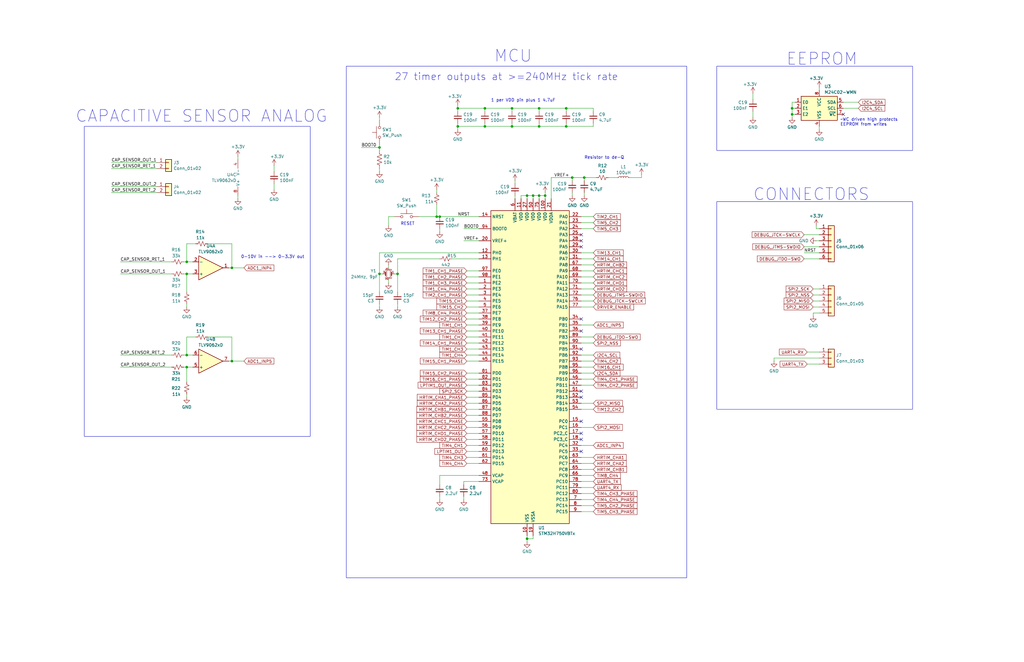
<source format=kicad_sch>
(kicad_sch (version 20230121) (generator eeschema)
  (paper "B")
  (title_block (title "MCU") (rev "1") (company "UC Observatories"))
  (lib_symbols
    (symbol "Amplifier_Operational:TLV9062xD" (pin_names (offset 0.127))
      (property "Reference" "U" (at 2.54 6.35 0))
      (property "Value" "TLV9062xD" (at 2.54 3.81 0))
      (symbol "TLV9062xD_1_1"
        (pin output line (at 7.62 0 180) (length 2.54) (name "~") (number "1"))
        (pin input line (at -7.62 -2.54 0) (length 2.54) (name "-") (number "2"))
        (pin input line (at -7.62 2.54 0) (length 2.54) (name "+") (number "3"))
      )
      (symbol "TLV9062xD_2_1"
        (pin input line (at -7.62 2.54 0) (length 2.54) (name "+") (number "5"))
        (pin input line (at -7.62 -2.54 0) (length 2.54) (name "-") (number "6"))
        (pin output line (at 7.62 0 180) (length 2.54) (name "~") (number "7"))
      )
      (symbol "TLV9062xD_3_1"
        (pin power_in line (at 0 -7.62 90) (length 3.81) (name "V-") (number "4"))
        (pin power_in line (at 0 7.62 270) (length 3.81) (name "V+") (number "8"))
      )
    )
    (symbol "Connector_Generic:Conn_01x02" (pin_names (offset 1.016) hide)
      (property "Reference" "J" (at 0 2.54 0))
      (property "Value" "Conn_01x02" (at 0 -5.08 0))
      (symbol "Conn_01x02_1_1"
        (pin passive line (at -5.08 0 0) (length 3.81) (name "Pin_1") (number "1"))
        (pin passive line (at -5.08 -2.54 0) (length 3.81) (name "Pin_2") (number "2"))
      )
    )
    (symbol "Connector_Generic:Conn_01x03" (pin_names (offset 1.016) hide)
      (property "Reference" "J" (at 0 5.08 0))
      (property "Value" "Conn_01x03" (at 0 -5.08 0))
      (symbol "Conn_01x03_1_1"
        (pin passive line (at -5.08 2.54 0) (length 3.81) (name "Pin_1") (number "1"))
        (pin passive line (at -5.08 0 0) (length 3.81) (name "Pin_2") (number "2"))
        (pin passive line (at -5.08 -2.54 0) (length 3.81) (name "Pin_3") (number "3"))
      )
    )
    (symbol "Connector_Generic:Conn_01x05" (pin_names (offset 1.016) hide)
      (property "Reference" "J" (at 0 7.62 0))
      (property "Value" "Conn_01x05" (at 0 -7.62 0))
      (symbol "Conn_01x05_1_1"
        (pin passive line (at -5.08 5.08 0) (length 3.81) (name "Pin_1") (number "1"))
        (pin passive line (at -5.08 2.54 0) (length 3.81) (name "Pin_2") (number "2"))
        (pin passive line (at -5.08 0 0) (length 3.81) (name "Pin_3") (number "3"))
        (pin passive line (at -5.08 -2.54 0) (length 3.81) (name "Pin_4") (number "4"))
        (pin passive line (at -5.08 -5.08 0) (length 3.81) (name "Pin_5") (number "5"))
      )
    )
    (symbol "Connector_Generic:Conn_01x06" (pin_names (offset 1.016) hide)
      (property "Reference" "J" (at 0 7.62 0))
      (property "Value" "Conn_01x06" (at 0 -10.16 0))
      (symbol "Conn_01x06_1_1"
        (pin passive line (at -5.08 5.08 0) (length 3.81) (name "Pin_1") (number "1"))
        (pin passive line (at -5.08 2.54 0) (length 3.81) (name "Pin_2") (number "2"))
        (pin passive line (at -5.08 0 0) (length 3.81) (name "Pin_3") (number "3"))
        (pin passive line (at -5.08 -2.54 0) (length 3.81) (name "Pin_4") (number "4"))
        (pin passive line (at -5.08 -5.08 0) (length 3.81) (name "Pin_5") (number "5"))
        (pin passive line (at -5.08 -7.62 0) (length 3.81) (name "Pin_6") (number "6"))
      )
    )
    (symbol "Device:C_Small" (pin_numbers hide) (pin_names (offset 0.254) hide)
      (property "Reference" "C" (at 0.254 1.778 0))
      (property "Value" "C_Small" (at 0.254 -2.032 0))
      (symbol "C_Small_1_1"
        (pin passive line (at 0 2.54 270) (length 2.032) (name "~") (number "1"))
        (pin passive line (at 0 -2.54 90) (length 2.032) (name "~") (number "2"))
      )
    )
    (symbol "Device:Crystal_GND24_Small" (pin_names (offset 1.016) hide)
      (property "Reference" "Y" (at 1.27 4.445 0))
      (property "Value" "Crystal_GND24_Small" (at 1.27 2.54 0))
      (symbol "Crystal_GND24_Small_1_1"
        (pin passive line (at -2.54 0 0) (length 1.27) (name "1") (number "1"))
        (pin passive line (at 0 -2.54 90) (length 0.635) (name "2") (number "2"))
        (pin passive line (at 2.54 0 180) (length 1.27) (name "3") (number "3"))
        (pin passive line (at 0 2.54 270) (length 0.635) (name "4") (number "4"))
      )
    )
    (symbol "Device:L_Small" (pin_numbers hide) (pin_names (offset 0.254) hide)
      (property "Reference" "L" (at 0.762 1.016 0))
      (property "Value" "L_Small" (at 0.762 -1.016 0))
      (symbol "L_Small_1_1"
        (pin passive line (at 0 2.54 270) (length 0.508) (name "~") (number "1"))
        (pin passive line (at 0 -2.54 90) (length 0.508) (name "~") (number "2"))
      )
    )
    (symbol "Device:R_Small_US" (pin_numbers hide) (pin_names (offset 0.254) hide)
      (property "Reference" "R" (at 0.762 0.508 0))
      (property "Value" "R_Small_US" (at 0.762 -1.016 0))
      (symbol "R_Small_US_1_1"
        (pin passive line (at 0 2.54 270) (length 1.016) (name "~") (number "1"))
        (pin passive line (at 0 -2.54 90) (length 1.016) (name "~") (number "2"))
      )
    )
    (symbol "Device:R_US" (pin_numbers hide) (pin_names (offset 0))
      (property "Reference" "R" (at 2.54 0 90))
      (property "Value" "R_US" (at -2.54 0 90))
      (symbol "R_US_1_1"
        (pin passive line (at 0 3.81 270) (length 1.27) (name "~") (number "1"))
        (pin passive line (at 0 -3.81 90) (length 1.27) (name "~") (number "2"))
      )
    )
    (symbol "MCU_ST_STM32H7:STM32H750VBTx"
      (property "Reference" "U" (at -15.24 67.31 0))
      (property "Value" "STM32H750VBTx" (at 12.7 67.31 0))
      (symbol "STM32H750VBTx_1_1"
        (pin bidirectional line (at -20.32 35.56 0) (length 5.08) (name "PE2") (number "1"))
        (pin power_in line (at 0 -71.12 90) (length 5.08) (name "VSS") (number "10"))
        (pin power_in line (at 7.62 71.12 270) (length 5.08) (name "VDD") (number "100"))
        (pin power_in line (at -2.54 71.12 270) (length 5.08) (name "VDD") (number "11"))
        (pin bidirectional line (at -20.32 48.26 0) (length 5.08) (name "PH0") (number "12"))
        (pin bidirectional line (at -20.32 45.72 0) (length 5.08) (name "PH1") (number "13"))
        (pin input line (at -20.32 63.5 0) (length 5.08) (name "NRST") (number "14"))
        (pin bidirectional line (at 22.86 -22.86 180) (length 5.08) (name "PC0") (number "15"))
        (pin bidirectional line (at 22.86 -25.4 180) (length 5.08) (name "PC1") (number "16"))
        (pin bidirectional line (at 22.86 -27.94 180) (length 5.08) (name "PC2_C") (number "17"))
        (pin bidirectional line (at 22.86 -30.48 180) (length 5.08) (name "PC3_C") (number "18"))
        (pin power_in line (at 2.54 -71.12 90) (length 5.08) (name "VSSA") (number "19"))
        (pin bidirectional line (at -20.32 33.02 0) (length 5.08) (name "PE3") (number "2"))
        (pin input line (at -20.32 53.34 0) (length 5.08) (name "VREF+") (number "20"))
        (pin power_in line (at 10.16 71.12 270) (length 5.08) (name "VDDA") (number "21"))
        (pin bidirectional line (at 22.86 63.5 180) (length 5.08) (name "PA0") (number "22"))
        (pin bidirectional line (at 22.86 60.96 180) (length 5.08) (name "PA1") (number "23"))
        (pin bidirectional line (at 22.86 58.42 180) (length 5.08) (name "PA2") (number "24"))
        (pin bidirectional line (at 22.86 55.88 180) (length 5.08) (name "PA3") (number "25"))
        (pin passive line (at 0 -71.12 90) (length 5.08) hide (name "VSS") (number "26"))
        (pin power_in line (at 0 71.12 270) (length 5.08) (name "VDD") (number "27"))
        (pin bidirectional line (at 22.86 53.34 180) (length 5.08) (name "PA4") (number "28"))
        (pin bidirectional line (at 22.86 50.8 180) (length 5.08) (name "PA5") (number "29"))
        (pin bidirectional line (at -20.32 30.48 0) (length 5.08) (name "PE4") (number "3"))
        (pin bidirectional line (at 22.86 48.26 180) (length 5.08) (name "PA6") (number "30"))
        (pin bidirectional line (at 22.86 45.72 180) (length 5.08) (name "PA7") (number "31"))
        (pin bidirectional line (at 22.86 -33.02 180) (length 5.08) (name "PC4") (number "32"))
        (pin bidirectional line (at 22.86 -35.56 180) (length 5.08) (name "PC5") (number "33"))
        (pin bidirectional line (at 22.86 20.32 180) (length 5.08) (name "PB0") (number "34"))
        (pin bidirectional line (at 22.86 17.78 180) (length 5.08) (name "PB1") (number "35"))
        (pin bidirectional line (at 22.86 15.24 180) (length 5.08) (name "PB2") (number "36"))
        (pin bidirectional line (at -20.32 22.86 0) (length 5.08) (name "PE7") (number "37"))
        (pin bidirectional line (at -20.32 20.32 0) (length 5.08) (name "PE8") (number "38"))
        (pin bidirectional line (at -20.32 17.78 0) (length 5.08) (name "PE9") (number "39"))
        (pin bidirectional line (at -20.32 27.94 0) (length 5.08) (name "PE5") (number "4"))
        (pin bidirectional line (at -20.32 15.24 0) (length 5.08) (name "PE10") (number "40"))
        (pin bidirectional line (at -20.32 12.7 0) (length 5.08) (name "PE11") (number "41"))
        (pin bidirectional line (at -20.32 10.16 0) (length 5.08) (name "PE12") (number "42"))
        (pin bidirectional line (at -20.32 7.62 0) (length 5.08) (name "PE13") (number "43"))
        (pin bidirectional line (at -20.32 5.08 0) (length 5.08) (name "PE14") (number "44"))
        (pin bidirectional line (at -20.32 2.54 0) (length 5.08) (name "PE15") (number "45"))
        (pin bidirectional line (at 22.86 -5.08 180) (length 5.08) (name "PB10") (number "46"))
        (pin bidirectional line (at 22.86 -7.62 180) (length 5.08) (name "PB11") (number "47"))
        (pin power_out line (at -20.32 -45.72 0) (length 5.08) (name "VCAP") (number "48"))
        (pin passive line (at 0 -71.12 90) (length 5.08) hide (name "VSS") (number "49"))
        (pin bidirectional line (at -20.32 25.4 0) (length 5.08) (name "PE6") (number "5"))
        (pin power_in line (at 2.54 71.12 270) (length 5.08) (name "VDD") (number "50"))
        (pin bidirectional line (at 22.86 -10.16 180) (length 5.08) (name "PB12") (number "51"))
        (pin bidirectional line (at 22.86 -12.7 180) (length 5.08) (name "PB13") (number "52"))
        (pin bidirectional line (at 22.86 -15.24 180) (length 5.08) (name "PB14") (number "53"))
        (pin bidirectional line (at 22.86 -17.78 180) (length 5.08) (name "PB15") (number "54"))
        (pin bidirectional line (at -20.32 -22.86 0) (length 5.08) (name "PD8") (number "55"))
        (pin bidirectional line (at -20.32 -25.4 0) (length 5.08) (name "PD9") (number "56"))
        (pin bidirectional line (at -20.32 -27.94 0) (length 5.08) (name "PD10") (number "57"))
        (pin bidirectional line (at -20.32 -30.48 0) (length 5.08) (name "PD11") (number "58"))
        (pin bidirectional line (at -20.32 -33.02 0) (length 5.08) (name "PD12") (number "59"))
        (pin power_in line (at -5.08 71.12 270) (length 5.08) (name "VBAT") (number "6"))
        (pin bidirectional line (at -20.32 -35.56 0) (length 5.08) (name "PD13") (number "60"))
        (pin bidirectional line (at -20.32 -38.1 0) (length 5.08) (name "PD14") (number "61"))
        (pin bidirectional line (at -20.32 -40.64 0) (length 5.08) (name "PD15") (number "62"))
        (pin bidirectional line (at 22.86 -38.1 180) (length 5.08) (name "PC6") (number "63"))
        (pin bidirectional line (at 22.86 -40.64 180) (length 5.08) (name "PC7") (number "64"))
        (pin bidirectional line (at 22.86 -43.18 180) (length 5.08) (name "PC8") (number "65"))
        (pin bidirectional line (at 22.86 -45.72 180) (length 5.08) (name "PC9") (number "66"))
        (pin bidirectional line (at 22.86 43.18 180) (length 5.08) (name "PA8") (number "67"))
        (pin bidirectional line (at 22.86 40.64 180) (length 5.08) (name "PA9") (number "68"))
        (pin bidirectional line (at 22.86 38.1 180) (length 5.08) (name "PA10") (number "69"))
        (pin bidirectional line (at 22.86 -55.88 180) (length 5.08) (name "PC13") (number "7"))
        (pin bidirectional line (at 22.86 35.56 180) (length 5.08) (name "PA11") (number "70"))
        (pin bidirectional line (at 22.86 33.02 180) (length 5.08) (name "PA12") (number "71"))
        (pin bidirectional line (at 22.86 30.48 180) (length 5.08) (name "PA13") (number "72"))
        (pin power_out line (at -20.32 -48.26 0) (length 5.08) (name "VCAP") (number "73"))
        (pin passive line (at 0 -71.12 90) (length 5.08) hide (name "VSS") (number "74"))
        (pin power_in line (at 5.08 71.12 270) (length 5.08) (name "VDD") (number "75"))
        (pin bidirectional line (at 22.86 27.94 180) (length 5.08) (name "PA14") (number "76"))
        (pin bidirectional line (at 22.86 25.4 180) (length 5.08) (name "PA15") (number "77"))
        (pin bidirectional line (at 22.86 -48.26 180) (length 5.08) (name "PC10") (number "78"))
        (pin bidirectional line (at 22.86 -50.8 180) (length 5.08) (name "PC11") (number "79"))
        (pin bidirectional line (at 22.86 -58.42 180) (length 5.08) (name "PC14") (number "8"))
        (pin bidirectional line (at 22.86 -53.34 180) (length 5.08) (name "PC12") (number "80"))
        (pin bidirectional line (at -20.32 -2.54 0) (length 5.08) (name "PD0") (number "81"))
        (pin bidirectional line (at -20.32 -5.08 0) (length 5.08) (name "PD1") (number "82"))
        (pin bidirectional line (at -20.32 -7.62 0) (length 5.08) (name "PD2") (number "83"))
        (pin bidirectional line (at -20.32 -10.16 0) (length 5.08) (name "PD3") (number "84"))
        (pin bidirectional line (at -20.32 -12.7 0) (length 5.08) (name "PD4") (number "85"))
        (pin bidirectional line (at -20.32 -15.24 0) (length 5.08) (name "PD5") (number "86"))
        (pin bidirectional line (at -20.32 -17.78 0) (length 5.08) (name "PD6") (number "87"))
        (pin bidirectional line (at -20.32 -20.32 0) (length 5.08) (name "PD7") (number "88"))
        (pin bidirectional line (at 22.86 12.7 180) (length 5.08) (name "PB3") (number "89"))
        (pin bidirectional line (at 22.86 -60.96 180) (length 5.08) (name "PC15") (number "9"))
        (pin bidirectional line (at 22.86 10.16 180) (length 5.08) (name "PB4") (number "90"))
        (pin bidirectional line (at 22.86 7.62 180) (length 5.08) (name "PB5") (number "91"))
        (pin bidirectional line (at 22.86 5.08 180) (length 5.08) (name "PB6") (number "92"))
        (pin bidirectional line (at 22.86 2.54 180) (length 5.08) (name "PB7") (number "93"))
        (pin input line (at -20.32 58.42 0) (length 5.08) (name "BOOT0") (number "94"))
        (pin bidirectional line (at 22.86 0 180) (length 5.08) (name "PB8") (number "95"))
        (pin bidirectional line (at 22.86 -2.54 180) (length 5.08) (name "PB9") (number "96"))
        (pin bidirectional line (at -20.32 40.64 0) (length 5.08) (name "PE0") (number "97"))
        (pin bidirectional line (at -20.32 38.1 0) (length 5.08) (name "PE1") (number "98"))
        (pin passive line (at 0 -71.12 90) (length 5.08) hide (name "VSS") (number "99"))
      )
    )
    (symbol "Memory_EEPROM:M24C02-WMN"
      (property "Reference" "U" (at -6.35 6.35 0))
      (property "Value" "M24C02-WMN" (at 7.62 6.35 0))
      (symbol "M24C02-WMN_1_1"
        (pin input line (at -10.16 2.54 0) (length 2.54) (name "E0") (number "1"))
        (pin input line (at -10.16 0 0) (length 2.54) (name "E1") (number "2"))
        (pin input line (at -10.16 -2.54 0) (length 2.54) (name "E2") (number "3"))
        (pin power_in line (at 0 -7.62 90) (length 2.54) (name "VSS") (number "4"))
        (pin bidirectional line (at 10.16 2.54 180) (length 2.54) (name "SDA") (number "5"))
        (pin input line (at 10.16 0 180) (length 2.54) (name "SCL") (number "6"))
        (pin input line (at 10.16 -2.54 180) (length 2.54) (name "~{WC}") (number "7"))
        (pin power_in line (at 0 7.62 270) (length 2.54) (name "VCC") (number "8"))
      )
    )
    (symbol "Switch:SW_Push" (pin_numbers hide) (pin_names (offset 1.016) hide)
      (property "Reference" "SW" (at 1.27 2.54 0))
      (property "Value" "SW_Push" (at 0 -1.524 0))
      (symbol "SW_Push_0_1"
        (pin passive line (at -5.08 0 0) (length 2.54) (name "1") (number "1"))
        (pin passive line (at 5.08 0 180) (length 2.54) (name "2") (number "2"))
      )
    )
    (symbol "power:+3.3V" (power) (pin_names (offset 0))
      (property "Value" "+3.3V" (at 0 3.556 0))
      (symbol "+3.3V_1_1"
        (pin power_in line (at 0 0 90) (length 0) hide (name "+3.3V") (number "1"))
      )
    )
    (symbol "power:GND" (power) (pin_names (offset 0))
      (property "Value" "GND" (at 0 -3.81 0))
      (symbol "GND_1_1"
        (pin power_in line (at 0 0 270) (length 0) hide (name "GND") (number "1"))
      )
    )
  )
  (junction (at 222.25 82.55))
  (junction (at 97.79 152.4))
  (junction (at 227.33 53.34))
  (junction (at 246.38 74.93))
  (junction (at 334.01 48.26))
  (junction (at 160.02 115.57))
  (junction (at 78.74 115.57))
  (junction (at 334.01 45.72))
  (junction (at 215.9 45.72))
  (junction (at 184.15 91.44))
  (junction (at 229.87 82.55))
  (junction (at 78.74 149.86))
  (junction (at 167.64 115.57))
  (junction (at 222.25 227.33))
  (junction (at 193.04 53.34))
  (junction (at 241.3 74.93))
  (junction (at 160.02 62.23))
  (junction (at 78.74 110.49))
  (junction (at 97.79 113.03))
  (junction (at 185.42 91.44))
  (junction (at 193.04 45.72))
  (junction (at 204.47 45.72))
  (junction (at 227.33 45.72))
  (junction (at 227.33 82.55))
  (junction (at 204.47 53.34))
  (junction (at 215.9 53.34))
  (junction (at 238.76 53.34))
  (junction (at 78.74 154.94))
  (junction (at 224.79 82.55))
  (junction (at 238.76 45.72))
  (no_connect (at 245.11 147.32))
  (no_connect (at 245.11 165.1))
  (no_connect (at 245.11 104.14))
  (no_connect (at 245.11 177.8))
  (no_connect (at 245.11 101.6))
  (no_connect (at 245.11 99.06))
  (no_connect (at 245.11 182.88))
  (no_connect (at 245.11 190.5))
  (no_connect (at 245.11 185.42))
  (no_connect (at 245.11 139.7))
  (no_connect (at 355.6 48.26))
  (no_connect (at 245.11 167.64))
  (no_connect (at 245.11 134.62))
  (wire (pts (xy 184.15 91.44) (xy 185.42 91.44)))
  (wire (pts (xy 196.85 127) (xy 201.93 127)))
  (wire (pts (xy 317.5 46.99) (xy 317.5 49.53)))
  (wire (pts (xy 196.85 121.92) (xy 201.93 121.92)))
  (wire (pts (xy 345.44 53.34) (xy 345.44 54.61)))
  (wire (pts (xy 196.85 187.96) (xy 201.93 187.96)))
  (wire (pts (xy 50.8 149.86) (xy 72.39 149.86)))
  (wire (pts (xy 193.04 45.72) (xy 193.04 46.99)))
  (wire (pts (xy 46.99 71.12) (xy 66.04 71.12)))
  (wire (pts (xy 195.58 209.55) (xy 195.58 210.82)))
  (wire (pts (xy 152.4 62.23) (xy 160.02 62.23)))
  (wire (pts (xy 196.85 119.38) (xy 201.93 119.38)))
  (wire (pts (xy 229.87 81.28) (xy 229.87 82.55)))
  (wire (pts (xy 222.25 227.33) (xy 224.79 227.33)))
  (wire (pts (xy 195.58 96.52) (xy 201.93 96.52)))
  (wire (pts (xy 250.19 172.72) (xy 245.11 172.72)))
  (wire (pts (xy 232.41 83.82) (xy 232.41 74.93)))
  (wire (pts (xy 78.74 128.27) (xy 78.74 129.54)))
  (wire (pts (xy 77.47 154.94) (xy 78.74 154.94)))
  (wire (pts (xy 204.47 45.72) (xy 204.47 46.99)))
  (wire (pts (xy 46.99 81.28) (xy 66.04 81.28)))
  (wire (pts (xy 222.25 82.55) (xy 222.25 83.82)))
  (wire (pts (xy 339.09 106.68) (xy 345.44 106.68)))
  (wire (pts (xy 50.8 110.49) (xy 72.39 110.49)))
  (wire (pts (xy 196.85 165.1) (xy 201.93 165.1)))
  (wire (pts (xy 219.71 82.55) (xy 222.25 82.55)))
  (wire (pts (xy 246.38 74.93) (xy 251.46 74.93)))
  (wire (pts (xy 78.74 102.87) (xy 82.55 102.87)))
  (wire (pts (xy 193.04 52.07) (xy 193.04 53.34)))
  (wire (pts (xy 342.9 127) (xy 345.44 127)))
  (wire (pts (xy 250.19 213.36) (xy 245.11 213.36)))
  (wire (pts (xy 256.54 74.93) (xy 260.35 74.93)))
  (wire (pts (xy 161.29 115.57) (xy 160.02 115.57)))
  (wire (pts (xy 245.11 96.52) (xy 250.19 96.52)))
  (wire (pts (xy 342.9 132.08) (xy 342.9 133.35)))
  (wire (pts (xy 250.19 170.18) (xy 245.11 170.18)))
  (wire (pts (xy 196.85 175.26) (xy 201.93 175.26)))
  (wire (pts (xy 196.85 182.88) (xy 201.93 182.88)))
  (wire (pts (xy 355.6 45.72) (xy 361.95 45.72)))
  (wire (pts (xy 345.44 132.08) (xy 342.9 132.08)))
  (wire (pts (xy 317.5 39.37) (xy 317.5 41.91)))
  (wire (pts (xy 342.9 124.46) (xy 345.44 124.46)))
  (wire (pts (xy 46.99 68.58) (xy 66.04 68.58)))
  (wire (pts (xy 167.64 109.22) (xy 185.42 109.22)))
  (wire (pts (xy 355.6 43.18) (xy 361.95 43.18)))
  (wire (pts (xy 78.74 154.94) (xy 81.28 154.94)))
  (wire (pts (xy 97.79 113.03) (xy 96.52 113.03)))
  (wire (pts (xy 227.33 53.34) (xy 227.33 52.07)))
  (wire (pts (xy 185.42 91.44) (xy 201.93 91.44)))
  (wire (pts (xy 339.09 109.22) (xy 345.44 109.22)))
  (wire (pts (xy 246.38 81.28) (xy 246.38 82.55)))
  (wire (pts (xy 250.19 210.82) (xy 245.11 210.82)))
  (wire (pts (xy 326.39 151.13) (xy 326.39 152.4)))
  (wire (pts (xy 224.79 82.55) (xy 224.79 83.82)))
  (wire (pts (xy 241.3 81.28) (xy 241.3 82.55)))
  (wire (pts (xy 250.19 154.94) (xy 245.11 154.94)))
  (wire (pts (xy 196.85 172.72) (xy 201.93 172.72)))
  (wire (pts (xy 100.33 66.04) (xy 100.33 67.31)))
  (wire (pts (xy 196.85 144.78) (xy 201.93 144.78)))
  (wire (pts (xy 115.57 77.47) (xy 115.57 80.01)))
  (wire (pts (xy 77.47 149.86) (xy 78.74 149.86)))
  (wire (pts (xy 196.85 167.64) (xy 201.93 167.64)))
  (wire (pts (xy 227.33 82.55) (xy 229.87 82.55)))
  (wire (pts (xy 196.85 195.58) (xy 201.93 195.58)))
  (wire (pts (xy 193.04 44.45) (xy 193.04 45.72)))
  (wire (pts (xy 166.37 115.57) (xy 167.64 115.57)))
  (wire (pts (xy 344.17 95.25) (xy 344.17 96.52)))
  (wire (pts (xy 78.74 149.86) (xy 78.74 142.24)))
  (wire (pts (xy 250.19 137.16) (xy 245.11 137.16)))
  (wire (pts (xy 196.85 170.18) (xy 201.93 170.18)))
  (wire (pts (xy 250.19 149.86) (xy 245.11 149.86)))
  (wire (pts (xy 224.79 82.55) (xy 227.33 82.55)))
  (wire (pts (xy 250.19 152.4) (xy 245.11 152.4)))
  (wire (pts (xy 250.19 208.28) (xy 245.11 208.28)))
  (wire (pts (xy 204.47 53.34) (xy 193.04 53.34)))
  (wire (pts (xy 245.11 121.92) (xy 250.19 121.92)))
  (wire (pts (xy 196.85 180.34) (xy 201.93 180.34)))
  (wire (pts (xy 241.3 74.93) (xy 241.3 76.2)))
  (wire (pts (xy 115.57 69.85) (xy 115.57 72.39)))
  (wire (pts (xy 185.42 96.52) (xy 185.42 97.79)))
  (wire (pts (xy 250.19 53.34) (xy 250.19 52.07)))
  (wire (pts (xy 196.85 177.8) (xy 201.93 177.8)))
  (wire (pts (xy 163.83 91.44) (xy 163.83 95.25)))
  (wire (pts (xy 100.33 82.55) (xy 100.33 83.82)))
  (wire (pts (xy 185.42 209.55) (xy 185.42 210.82)))
  (wire (pts (xy 50.8 154.94) (xy 72.39 154.94)))
  (wire (pts (xy 196.85 124.46) (xy 201.93 124.46)))
  (wire (pts (xy 227.33 45.72) (xy 238.76 45.72)))
  (wire (pts (xy 193.04 53.34) (xy 193.04 54.61)))
  (wire (pts (xy 250.19 200.66) (xy 245.11 200.66)))
  (wire (pts (xy 160.02 60.96) (xy 160.02 62.23)))
  (wire (pts (xy 342.9 129.54) (xy 345.44 129.54)))
  (wire (pts (xy 196.85 162.56) (xy 201.93 162.56)))
  (wire (pts (xy 167.64 128.27) (xy 167.64 129.54)))
  (wire (pts (xy 78.74 115.57) (xy 81.28 115.57)))
  (wire (pts (xy 342.9 121.92) (xy 345.44 121.92)))
  (wire (pts (xy 97.79 152.4) (xy 96.52 152.4)))
  (wire (pts (xy 160.02 115.57) (xy 160.02 123.19)))
  (wire (pts (xy 250.19 187.96) (xy 245.11 187.96)))
  (wire (pts (xy 102.87 152.4) (xy 97.79 152.4)))
  (wire (pts (xy 204.47 52.07) (xy 204.47 53.34)))
  (wire (pts (xy 227.33 53.34) (xy 238.76 53.34)))
  (wire (pts (xy 250.19 198.12) (xy 245.11 198.12)))
  (wire (pts (xy 334.01 43.18) (xy 334.01 45.72)))
  (wire (pts (xy 215.9 53.34) (xy 215.9 52.07)))
  (wire (pts (xy 196.85 147.32) (xy 201.93 147.32)))
  (wire (pts (xy 238.76 53.34) (xy 250.19 53.34)))
  (wire (pts (xy 250.19 45.72) (xy 250.19 46.99)))
  (wire (pts (xy 334.01 45.72) (xy 334.01 48.26)))
  (wire (pts (xy 196.85 185.42) (xy 201.93 185.42)))
  (wire (pts (xy 245.11 91.44) (xy 250.19 91.44)))
  (wire (pts (xy 222.25 82.55) (xy 224.79 82.55)))
  (wire (pts (xy 78.74 110.49) (xy 78.74 102.87)))
  (wire (pts (xy 160.02 106.68) (xy 160.02 115.57)))
  (wire (pts (xy 78.74 110.49) (xy 81.28 110.49)))
  (wire (pts (xy 250.19 205.74) (xy 245.11 205.74)))
  (wire (pts (xy 246.38 76.2) (xy 246.38 74.93)))
  (wire (pts (xy 163.83 111.76) (xy 163.83 113.03)))
  (wire (pts (xy 250.19 193.04) (xy 245.11 193.04)))
  (wire (pts (xy 160.02 71.12) (xy 160.02 72.39)))
  (wire (pts (xy 215.9 45.72) (xy 215.9 46.99)))
  (wire (pts (xy 193.04 45.72) (xy 204.47 45.72)))
  (wire (pts (xy 78.74 142.24) (xy 82.55 142.24)))
  (wire (pts (xy 196.85 193.04) (xy 201.93 193.04)))
  (wire (pts (xy 196.85 137.16) (xy 201.93 137.16)))
  (wire (pts (xy 195.58 101.6) (xy 201.93 101.6)))
  (wire (pts (xy 204.47 45.72) (xy 215.9 45.72)))
  (wire (pts (xy 245.11 129.54) (xy 250.19 129.54)))
  (wire (pts (xy 238.76 45.72) (xy 238.76 46.99)))
  (wire (pts (xy 196.85 142.24) (xy 201.93 142.24)))
  (wire (pts (xy 184.15 86.36) (xy 184.15 91.44)))
  (wire (pts (xy 232.41 74.93) (xy 241.3 74.93)))
  (wire (pts (xy 344.17 96.52) (xy 345.44 96.52)))
  (wire (pts (xy 326.39 151.13) (xy 345.44 151.13)))
  (wire (pts (xy 87.63 142.24) (xy 97.79 142.24)))
  (wire (pts (xy 265.43 74.93) (xy 270.51 74.93)))
  (wire (pts (xy 77.47 115.57) (xy 78.74 115.57)))
  (wire (pts (xy 78.74 149.86) (xy 81.28 149.86)))
  (wire (pts (xy 250.19 180.34) (xy 245.11 180.34)))
  (wire (pts (xy 250.19 215.9) (xy 245.11 215.9)))
  (wire (pts (xy 78.74 115.57) (xy 78.74 123.19)))
  (wire (pts (xy 217.17 76.2) (xy 217.17 77.47)))
  (wire (pts (xy 245.11 116.84) (xy 250.19 116.84)))
  (wire (pts (xy 87.63 102.87) (xy 97.79 102.87)))
  (wire (pts (xy 227.33 82.55) (xy 227.33 83.82)))
  (wire (pts (xy 196.85 190.5) (xy 201.93 190.5)))
  (wire (pts (xy 160.02 49.53) (xy 160.02 50.8)))
  (wire (pts (xy 163.83 118.11) (xy 163.83 119.38)))
  (wire (pts (xy 97.79 113.03) (xy 102.87 113.03)))
  (wire (pts (xy 201.93 203.2) (xy 195.58 203.2)))
  (wire (pts (xy 334.01 48.26) (xy 335.28 48.26)))
  (wire (pts (xy 78.74 154.94) (xy 78.74 161.29)))
  (wire (pts (xy 196.85 132.08) (xy 201.93 132.08)))
  (wire (pts (xy 250.19 144.78) (xy 245.11 144.78)))
  (wire (pts (xy 219.71 82.55) (xy 219.71 83.82)))
  (wire (pts (xy 190.5 109.22) (xy 201.93 109.22)))
  (wire (pts (xy 201.93 106.68) (xy 160.02 106.68)))
  (wire (pts (xy 160.02 128.27) (xy 160.02 129.54)))
  (wire (pts (xy 215.9 45.72) (xy 227.33 45.72)))
  (wire (pts (xy 196.85 114.3) (xy 201.93 114.3)))
  (wire (pts (xy 270.51 74.93) (xy 270.51 73.66)))
  (wire (pts (xy 97.79 142.24) (xy 97.79 152.4)))
  (wire (pts (xy 250.19 127) (xy 245.11 127)))
  (wire (pts (xy 167.64 109.22) (xy 167.64 115.57)))
  (wire (pts (xy 250.19 162.56) (xy 245.11 162.56)))
  (wire (pts (xy 250.19 203.2) (xy 245.11 203.2)))
  (wire (pts (xy 46.99 78.74) (xy 66.04 78.74)))
  (wire (pts (xy 196.85 152.4) (xy 201.93 152.4)))
  (wire (pts (xy 340.36 148.59) (xy 345.44 148.59)))
  (wire (pts (xy 185.42 200.66) (xy 185.42 204.47)))
  (wire (pts (xy 196.85 116.84) (xy 201.93 116.84)))
  (wire (pts (xy 238.76 45.72) (xy 250.19 45.72)))
  (wire (pts (xy 78.74 166.37) (xy 78.74 167.64)))
  (wire (pts (xy 227.33 45.72) (xy 227.33 46.99)))
  (wire (pts (xy 250.19 160.02) (xy 245.11 160.02)))
  (wire (pts (xy 163.83 91.44) (xy 166.37 91.44)))
  (wire (pts (xy 245.11 109.22) (xy 250.19 109.22)))
  (wire (pts (xy 222.25 226.06) (xy 222.25 227.33)))
  (wire (pts (xy 245.11 93.98) (xy 250.19 93.98)))
  (wire (pts (xy 204.47 53.34) (xy 215.9 53.34)))
  (wire (pts (xy 196.85 157.48) (xy 201.93 157.48)))
  (wire (pts (xy 250.19 124.46) (xy 245.11 124.46)))
  (wire (pts (xy 241.3 74.93) (xy 246.38 74.93)))
  (wire (pts (xy 160.02 62.23) (xy 160.02 63.5)))
  (wire (pts (xy 196.85 139.7) (xy 201.93 139.7)))
  (wire (pts (xy 245.11 111.76) (xy 250.19 111.76)))
  (wire (pts (xy 345.44 36.83) (xy 345.44 38.1)))
  (wire (pts (xy 250.19 157.48) (xy 245.11 157.48)))
  (wire (pts (xy 196.85 149.86) (xy 201.93 149.86)))
  (wire (pts (xy 97.79 102.87) (xy 97.79 113.03)))
  (wire (pts (xy 167.64 115.57) (xy 167.64 123.19)))
  (wire (pts (xy 340.36 153.67) (xy 345.44 153.67)))
  (wire (pts (xy 224.79 227.33) (xy 224.79 226.06)))
  (wire (pts (xy 184.15 80.01) (xy 184.15 81.28)))
  (wire (pts (xy 215.9 53.34) (xy 227.33 53.34)))
  (wire (pts (xy 250.19 142.24) (xy 245.11 142.24)))
  (wire (pts (xy 334.01 45.72) (xy 335.28 45.72)))
  (wire (pts (xy 176.53 91.44) (xy 184.15 91.44)))
  (wire (pts (xy 195.58 203.2) (xy 195.58 204.47)))
  (wire (pts (xy 196.85 129.54) (xy 201.93 129.54)))
  (wire (pts (xy 245.11 114.3) (xy 250.19 114.3)))
  (wire (pts (xy 222.25 227.33) (xy 222.25 228.6)))
  (wire (pts (xy 339.09 99.06) (xy 345.44 99.06)))
  (wire (pts (xy 77.47 110.49) (xy 78.74 110.49)))
  (wire (pts (xy 250.19 195.58) (xy 245.11 195.58)))
  (wire (pts (xy 229.87 82.55) (xy 229.87 83.82)))
  (wire (pts (xy 245.11 119.38) (xy 250.19 119.38)))
  (wire (pts (xy 196.85 160.02) (xy 201.93 160.02)))
  (wire (pts (xy 335.28 43.18) (xy 334.01 43.18)))
  (wire (pts (xy 196.85 134.62) (xy 201.93 134.62)))
  (wire (pts (xy 201.93 200.66) (xy 185.42 200.66)))
  (wire (pts (xy 50.8 115.57) (xy 72.39 115.57)))
  (wire (pts (xy 245.11 106.68) (xy 250.19 106.68)))
  (wire (pts (xy 334.01 48.26) (xy 334.01 49.53)))
  (wire (pts (xy 344.17 101.6) (xy 345.44 101.6)))
  (wire (pts (xy 339.09 104.14) (xy 345.44 104.14)))
  (wire (pts (xy 217.17 82.55) (xy 217.17 83.82)))
  (wire (pts (xy 238.76 53.34) (xy 238.76 52.07)))
  (rectangle (start 302.26 85.09) (end 384.81 172.72))
  (rectangle (start 35.56 53.34) (end 130.81 184.15))
  (rectangle (start 146.05 27.94) (end 289.56 243.84))
  (rectangle (start 302.26 27.94) (end 384.81 63.5))
  (text "CAPACITIVE SENSOR ANALOG" (at 31.75 52.07 0) (effects (font (size 5 5)) (justify left bottom)))
  (text "~WC driven high protects\nEEPROM from writes" (at 354.33 53.34 0) (effects (font (size 1.27 1.27)) (justify left bottom)))
  (text "Resistor to de-Q" (at 246.38 67.31 0) (effects (font (size 1.27 1.27)) (justify left bottom)))
  (text "MCU" (at 208.28 26.67 0) (effects (font (size 5 5)) (justify left bottom)))
  (text "0-10V in --> 0-3.3V out" (at 101.6 109.22 0) (effects (font (size 1.27 1.27)) (justify left bottom)))
  (text "RESET" (at 168.91 95.25 0) (effects (font (size 1.27 1.27)) (justify left bottom)))
  (text "1 per VDD pin plus 1 4.7uF" (at 207.01 43.18 0) (effects (font (size 1.27 1.27)) (justify left bottom)))
  (text "CONNECTORS" (at 317.5 85.09 0) (effects (font (size 5 5)) (justify left bottom)))
  (text "27 timer outputs at >=240MHz tick rate" (at 166.37 34.29 0) (effects (font (size 3 3)) (justify left bottom)))
  (text "EEPROM" (at 331.47 27.94 0) (effects (font (size 5 5)) (justify left bottom)))
  (label "CAP_SENSOR_RET_1" (at 46.99 71.12 0))
  (label "CAP_SENSOR_RET_2" (at 46.99 81.28 0))
  (label "CAP_SENSOR_RET_2" (at 50.8 149.86 0))
  (label "CAP_SENSOR_OUT_2" (at 46.99 78.74 0))
  (label "CAP_SENSOR_RET_1" (at 50.8 110.49 0))
  (label "BOOT0" (at 152.4 62.23 0))
  (label "VREF+" (at 195.58 101.6 0))
  (label "NRST" (at 339.09 106.68 0))
  (label "NRST" (at 193.04 91.44 0))
  (label "BOOT0" (at 195.58 96.52 0))
  (label "CAP_SENSOR_OUT_2" (at 50.8 154.94 0))
  (label "VREF+" (at 233.68 74.93 0))
  (label "CAP_SENSOR_OUT_1" (at 50.8 115.57 0))
  (label "CAP_SENSOR_OUT_1" (at 46.99 68.58 0))
  (global_label "HRTIM_CHC2_PHASE" (shape input) (at 196.85 180.34 180) (property "Intersheetrefs" "${INTERSHEET_REFS}" (effects hide)))
  (global_label "TIM5_CH3_PHASE" (shape input) (at 250.19 215.9 0) (property "Intersheetrefs" "${INTERSHEET_REFS}" (effects hide)))
  (global_label "TIM4_CH1" (shape input) (at 196.85 187.96 180) (property "Intersheetrefs" "${INTERSHEET_REFS}" (effects hide)))
  (global_label "SPI2_MISO" (shape input) (at 250.19 170.18 0) (property "Intersheetrefs" "${INTERSHEET_REFS}" (effects hide)))
  (global_label "TIM4_CH4" (shape input) (at 196.85 195.58 180) (property "Intersheetrefs" "${INTERSHEET_REFS}" (effects hide)))
  (global_label "TIM5_CH2_PHASE" (shape input) (at 250.19 213.36 0) (property "Intersheetrefs" "${INTERSHEET_REFS}" (effects hide)))
  (global_label "TIM4_CH2" (shape input) (at 250.19 152.4 0) (property "Intersheetrefs" "${INTERSHEET_REFS}" (effects hide)))
  (global_label "TIM1_CH3" (shape input) (at 196.85 147.32 180) (property "Intersheetrefs" "${INTERSHEET_REFS}" (effects hide)))
  (global_label "TIM5_CH3" (shape input) (at 250.19 96.52 0) (property "Intersheetrefs" "${INTERSHEET_REFS}" (effects hide)))
  (global_label "TIM13_CH1_PHASE" (shape input) (at 196.85 139.7 180) (property "Intersheetrefs" "${INTERSHEET_REFS}" (effects hide)))
  (global_label "HRTIM_CHD1_PHASE" (shape input) (at 196.85 182.88 180) (property "Intersheetrefs" "${INTERSHEET_REFS}" (effects hide)))
  (global_label "SPI2_MOSI" (shape input) (at 250.19 180.34 0) (property "Intersheetrefs" "${INTERSHEET_REFS}" (effects hide)))
  (global_label "TIM1_CH4" (shape input) (at 196.85 149.86 180) (property "Intersheetrefs" "${INTERSHEET_REFS}" (effects hide)))
  (global_label "DEBUG_JTDO-SWO" (shape input) (at 339.09 109.22 180) (property "Intersheetrefs" "${INTERSHEET_REFS}" (effects hide)))
  (global_label "LPTIM1_OUT" (shape input) (at 196.85 190.5 180) (property "Intersheetrefs" "${INTERSHEET_REFS}" (effects hide)))
  (global_label "ADC1_INP4" (shape input) (at 102.87 113.03 0) (property "Intersheetrefs" "${INTERSHEET_REFS}" (effects hide)))
  (global_label "UART4_RX" (shape input) (at 250.19 205.74 0) (property "Intersheetrefs" "${INTERSHEET_REFS}" (effects hide)))
  (global_label "HRTIM_CHA2" (shape input) (at 250.19 195.58 0) (property "Intersheetrefs" "${INTERSHEET_REFS}" (effects hide)))
  (global_label "HRTIM_CHA2_PHASE" (shape input) (at 196.85 170.18 180) (property "Intersheetrefs" "${INTERSHEET_REFS}" (effects hide)))
  (global_label "DEBUG_JTMS-SWDIO" (shape input) (at 339.09 104.14 180) (property "Intersheetrefs" "${INTERSHEET_REFS}" (effects hide)))
  (global_label "TIM12_CH2_PHASE" (shape input) (at 196.85 134.62 180) (property "Intersheetrefs" "${INTERSHEET_REFS}" (effects hide)))
  (global_label "SPI2_MOSI" (shape input) (at 342.9 129.54 180) (property "Intersheetrefs" "${INTERSHEET_REFS}" (effects hide)))
  (global_label "DEBUG_JTDO-SWO" (shape input) (at 250.19 142.24 0) (property "Intersheetrefs" "${INTERSHEET_REFS}" (effects hide)))
  (global_label "TIM4_CH4_PHASE" (shape input) (at 250.19 210.82 0) (property "Intersheetrefs" "${INTERSHEET_REFS}" (effects hide)))
  (global_label "TIM4_CH2_PHASE" (shape input) (at 250.19 162.56 0) (property "Intersheetrefs" "${INTERSHEET_REFS}" (effects hide)))
  (global_label "TIM1_CH3_PHASE" (shape input) (at 196.85 119.38 180) (property "Intersheetrefs" "${INTERSHEET_REFS}" (effects hide)))
  (global_label "TIM1_CH4_PHASE" (shape input) (at 196.85 121.92 180) (property "Intersheetrefs" "${INTERSHEET_REFS}" (effects hide)))
  (global_label "UART4_RX" (shape input) (at 340.36 148.59 180) (property "Intersheetrefs" "${INTERSHEET_REFS}" (effects hide)))
  (global_label "TIM14_CH1" (shape input) (at 250.19 109.22 0) (property "Intersheetrefs" "${INTERSHEET_REFS}" (effects hide)))
  (global_label "HRTIM_CHB2_PHASE" (shape input) (at 196.85 175.26 180) (property "Intersheetrefs" "${INTERSHEET_REFS}" (effects hide)))
  (global_label "TIM4_CH1_PHASE" (shape input) (at 250.19 160.02 0) (property "Intersheetrefs" "${INTERSHEET_REFS}" (effects hide)))
  (global_label "SPI2_SCK" (shape input) (at 196.85 165.1 180) (property "Intersheetrefs" "${INTERSHEET_REFS}" (effects hide)))
  (global_label "I2C4_SCL" (shape input) (at 361.95 45.72 0) (property "Intersheetrefs" "${INTERSHEET_REFS}" (effects hide)))
  (global_label "TIM8_CH4_PHASE" (shape input) (at 196.85 132.08 180) (property "Intersheetrefs" "${INTERSHEET_REFS}" (effects hide)))
  (global_label "HRTIM_CHB1_PHASE" (shape input) (at 196.85 172.72 180) (property "Intersheetrefs" "${INTERSHEET_REFS}" (effects hide)))
  (global_label "HRTIM_CHC1" (shape input) (at 250.19 114.3 0) (property "Intersheetrefs" "${INTERSHEET_REFS}" (effects hide)))
  (global_label "TIM16_CH1_PHASE" (shape input) (at 196.85 160.02 180) (property "Intersheetrefs" "${INTERSHEET_REFS}" (effects hide)))
  (global_label "HRTIM_CHA1_PHASE" (shape input) (at 196.85 167.64 180) (property "Intersheetrefs" "${INTERSHEET_REFS}" (effects hide)))
  (global_label "TIM1_CH1_PHASE" (shape input) (at 196.85 114.3 180) (property "Intersheetrefs" "${INTERSHEET_REFS}" (effects hide)))
  (global_label "I2C4_SDA" (shape input) (at 250.19 157.48 0) (property "Intersheetrefs" "${INTERSHEET_REFS}" (effects hide)))
  (global_label "HRTIM_CHD2_PHASE" (shape input) (at 196.85 185.42 180) (property "Intersheetrefs" "${INTERSHEET_REFS}" (effects hide)))
  (global_label "DEBUG_JTCK-SWCLK" (shape input) (at 339.09 99.06 180) (property "Intersheetrefs" "${INTERSHEET_REFS}" (effects hide)))
  (global_label "LPTIM1_OUT_PHASE" (shape input) (at 196.85 162.56 180) (property "Intersheetrefs" "${INTERSHEET_REFS}" (effects hide)))
  (global_label "TIM16_CH1" (shape input) (at 250.19 154.94 0) (property "Intersheetrefs" "${INTERSHEET_REFS}" (effects hide)))
  (global_label "TIM12_CH2" (shape input) (at 250.19 172.72 0) (property "Intersheetrefs" "${INTERSHEET_REFS}" (effects hide)))
  (global_label "TIM5_CH2" (shape input) (at 250.19 93.98 0) (property "Intersheetrefs" "${INTERSHEET_REFS}" (effects hide)))
  (global_label "HRTIM_CHD2" (shape input) (at 250.19 121.92 0) (property "Intersheetrefs" "${INTERSHEET_REFS}" (effects hide)))
  (global_label "HRTIM_CHC1_PHASE" (shape input) (at 196.85 177.8 180) (property "Intersheetrefs" "${INTERSHEET_REFS}" (effects hide)))
  (global_label "TIM15_CH2" (shape input) (at 196.85 129.54 180) (property "Intersheetrefs" "${INTERSHEET_REFS}" (effects hide)))
  (global_label "I2C4_SCL" (shape input) (at 250.19 149.86 0) (property "Intersheetrefs" "${INTERSHEET_REFS}" (effects hide)))
  (global_label "SPI2_MISO" (shape input) (at 342.9 127 180) (property "Intersheetrefs" "${INTERSHEET_REFS}" (effects hide)))
  (global_label "UART4_TX" (shape input) (at 340.36 153.67 180) (property "Intersheetrefs" "${INTERSHEET_REFS}" (effects hide)))
  (global_label "UART4_TX" (shape input) (at 250.19 203.2 0) (property "Intersheetrefs" "${INTERSHEET_REFS}" (effects hide)))
  (global_label "SPI2_NSS" (shape input) (at 342.9 124.46 180) (property "Intersheetrefs" "${INTERSHEET_REFS}" (effects hide)))
  (global_label "TIM15_CH2_PHASE" (shape input) (at 196.85 157.48 180) (property "Intersheetrefs" "${INTERSHEET_REFS}" (effects hide)))
  (global_label "TIM4_CH3_PHASE" (shape input) (at 250.19 208.28 0) (property "Intersheetrefs" "${INTERSHEET_REFS}" (effects hide)))
  (global_label "SPI2_NSS" (shape input) (at 250.19 144.78 0) (property "Intersheetrefs" "${INTERSHEET_REFS}" (effects hide)))
  (global_label "DEBUG_JTMS-SWDIO" (shape input) (at 250.19 124.46 0) (property "Intersheetrefs" "${INTERSHEET_REFS}" (effects hide)))
  (global_label "TIM1_CH1" (shape input) (at 196.85 137.16 180) (property "Intersheetrefs" "${INTERSHEET_REFS}" (effects hide)))
  (global_label "TIM8_CH4" (shape input) (at 250.19 200.66 0) (property "Intersheetrefs" "${INTERSHEET_REFS}" (effects hide)))
  (global_label "ADC1_INP5" (shape input) (at 102.87 152.4 0) (property "Intersheetrefs" "${INTERSHEET_REFS}" (effects hide)))
  (global_label "HRTIM_CHA1" (shape input) (at 250.19 193.04 0) (property "Intersheetrefs" "${INTERSHEET_REFS}" (effects hide)))
  (global_label "TIM2_CH1" (shape input) (at 250.19 91.44 0) (property "Intersheetrefs" "${INTERSHEET_REFS}" (effects hide)))
  (global_label "DRIVER_ENABLE" (shape input) (at 250.19 129.54 0) (property "Intersheetrefs" "${INTERSHEET_REFS}" (effects hide)))
  (global_label "HRTIM_CHB1" (shape input) (at 250.19 198.12 0) (property "Intersheetrefs" "${INTERSHEET_REFS}" (effects hide)))
  (global_label "HRTIM_CHC2" (shape input) (at 250.19 116.84 0) (property "Intersheetrefs" "${INTERSHEET_REFS}" (effects hide)))
  (global_label "DEBUG_JTCK-SWCLK" (shape input) (at 250.19 127 0) (property "Intersheetrefs" "${INTERSHEET_REFS}" (effects hide)))
  (global_label "TIM1_CH2" (shape input) (at 196.85 142.24 180) (property "Intersheetrefs" "${INTERSHEET_REFS}" (effects hide)))
  (global_label "TIM13_CH1" (shape input) (at 250.19 106.68 0) (property "Intersheetrefs" "${INTERSHEET_REFS}" (effects hide)))
  (global_label "TIM1_CH2_PHASE" (shape input) (at 196.85 116.84 180) (property "Intersheetrefs" "${INTERSHEET_REFS}" (effects hide)))
  (global_label "ADC1_INP5" (shape input) (at 250.19 137.16 0) (property "Intersheetrefs" "${INTERSHEET_REFS}" (effects hide)))
  (global_label "I2C4_SDA" (shape input) (at 361.95 43.18 0) (property "Intersheetrefs" "${INTERSHEET_REFS}" (effects hide)))
  (global_label "HRTIM_CHD1" (shape input) (at 250.19 119.38 0) (property "Intersheetrefs" "${INTERSHEET_REFS}" (effects hide)))
  (global_label "TIM4_CH3" (shape input) (at 196.85 193.04 180) (property "Intersheetrefs" "${INTERSHEET_REFS}" (effects hide)))
  (global_label "TIM15_CH1_PHASE" (shape input) (at 196.85 152.4 180) (property "Intersheetrefs" "${INTERSHEET_REFS}" (effects hide)))
  (global_label "HRTIM_CHB2" (shape input) (at 250.19 111.76 0) (property "Intersheetrefs" "${INTERSHEET_REFS}" (effects hide)))
  (global_label "ADC1_INP4" (shape input) (at 250.19 187.96 0) (property "Intersheetrefs" "${INTERSHEET_REFS}" (effects hide)))
  (global_label "TIM2_CH1_PHASE" (shape input) (at 196.85 124.46 180) (property "Intersheetrefs" "${INTERSHEET_REFS}" (effects hide)))
  (global_label "TIM15_CH1" (shape input) (at 196.85 127 180) (property "Intersheetrefs" "${INTERSHEET_REFS}" (effects hide)))
  (global_label "SPI2_SCK" (shape input) (at 342.9 121.92 180) (property "Intersheetrefs" "${INTERSHEET_REFS}" (effects hide)))
  (global_label "TIM14_CH1_PHASE" (shape input) (at 196.85 144.78 180) (property "Intersheetrefs" "${INTERSHEET_REFS}" (effects hide)))
  (symbol (lib_id "Switch:SW_Push") (at 160.02 55.88 90) (unit 1)
    (property "Reference" "SW1" (at 161.163 54.6679 90) (effects (justify right)))
    (property "Value" "SW_Push" (at 161.163 57.0921 90) (effects (justify right)))
    (property "Footprint" "Button_Switch_SMD:SW_Push_1P1T_XKB_TS-1187A" (effects hide))
    (property "LCSC" "C318884" (effects hide))
    (instances (project "pi_pico_dds" (path "" (reference "SW1") (unit 1))) (project "KASM_PCB_REV1" (path "" (reference "SW2") (unit 1))))
  )
  (symbol (lib_id "Connector_Generic:Conn_01x02") (at 71.12 78.74 0) (unit 1)
    (property "Reference" "J4" (at 73.152 78.7979 0) (effects (justify left)))
    (property "Value" "Conn_01x02" (at 73.152 81.2221 0) (effects (justify left)))
    (property "Footprint" "Connector_PinSocket_2.54mm:PinSocket_1x02_P2.54mm_Vertical" (effects hide))
  )
  (symbol (lib_id "Amplifier_Operational:TLV9062xD") (at 88.9 113.03 0) (mirror x) (unit 1)
    (property "Reference" "U4" (at 88.9 103.8057 0))
    (property "Value" "TLV9062xD" (at 88.9 106.2299 0))
    (property "Footprint" "Package_SO:SOIC-8_3.9x4.9mm_P1.27mm" (effects hide))
    (property "Datasheet" "https://www.ti.com/lit/ds/symlink/tlv9062.pdf" (effects hide))
    (property "LCSC" "C398355" (effects hide))
  )
  (symbol (lib_id "Connector_Generic:Conn_01x03") (at 350.52 151.13 0) (unit 1)
    (property "Reference" "J7" (at 352.552 149.9179 0) (effects (justify left)))
    (property "Value" "Conn_01x03" (at 352.552 152.3421 0) (effects (justify left)))
    (property "Footprint" "Connector_PinHeader_2.54mm:PinHeader_1x03_P2.54mm_Vertical" (effects hide))
  )
  (symbol (lib_id "power:GND") (at 167.64 129.54 0) (mirror y) (unit 1)
    (property "Reference" "#PWR010" (effects hide))
    (property "Value" "GND" (at 167.64 133.6731 0))
    (instances (project "KASM_PCB_REV1" (path "" (reference "#PWR010") (unit 1)) (path "" (reference "#PWR055") (unit 1))))
  )
  (symbol (lib_id "power:GND") (at 115.57 80.01 0) (mirror y) (unit 1)
    (property "Reference" "#PWR06" (effects hide))
    (property "Value" "GND" (at 115.57 84.1431 0))
    (instances (project "KASM_PCB_REV1" (path "" (reference "#PWR06") (unit 1)) (path "" (reference "#PWR041") (unit 1))))
  )
  (symbol (lib_id "power:+3.3V") (at 229.87 81.28 0) (unit 1)
    (property "Reference" "#PWR01" (effects hide))
    (property "Value" "+3.3V" (at 228.6 77.47 0))
    (instances (project "KASM_PCB_REV1" (path "" (reference "#PWR01") (unit 1)) (path "" (reference "#PWR043") (unit 1))))
  )
  (symbol (lib_id "Device:C_Small") (at 160.02 125.73 0) (unit 1)
    (property "Reference" "C3" (at 157.6959 126.9485 0) (effects (justify right)))
    (property "Value" "15pF" (at 157.6959 124.5243 0) (effects (justify right)))
    (property "Footprint" "Capacitor_SMD:C_0402_1005Metric" (effects hide))
    (property "LCSC" "C1548" (effects hide))
    (instances (project "KASM_PCB_REV1" (path "" (reference "C3") (unit 1)) (path "" (reference "C33") (unit 1))))
  )
  (symbol (lib_id "Device:R_Small_US") (at 187.96 109.22 90) (unit 1)
    (property "Reference" "R15" (at 190.5 107.95 90))
    (property "Value" "442" (at 187.96 111.76 90))
    (property "Footprint" "Resistor_SMD:R_0402_1005Metric" (effects hide))
    (property "LCSC" "C126137" (effects hide))
  )
  (symbol (lib_id "Device:C_Small") (at 195.58 207.01 0) (unit 1)
    (property "Reference" "C8" (at 197.9041 205.8042 0) (effects (justify left)))
    (property "Value" "2.2uF" (at 197.9041 208.2284 0) (effects (justify left)))
    (property "Footprint" "Capacitor_SMD:C_0402_1005Metric" (effects hide))
    (property "LCSC" "C12530" (effects hide))
    (instances (project "KASM_PCB_REV1" (path "" (reference "C8") (unit 1)) (path "" (reference "C36") (unit 1))))
  )
  (symbol (lib_id "Device:C_Small") (at 204.47 49.53 0) (unit 1)
    (property "Reference" "C19" (at 206.7941 48.3242 0) (effects (justify left)))
    (property "Value" "100nF" (at 206.7941 50.7484 0) (effects (justify left)))
    (property "Footprint" "Capacitor_SMD:C_0402_1005Metric" (effects hide))
    (property "LCSC" "C1525" (effects hide))
    (instances (project "KASM_PCB_REV1" (path "" (reference "C19") (unit 1)) (path "" (reference "C23") (unit 1))))
  )
  (symbol (lib_id "power:GND") (at 160.02 72.39 0) (unit 1)
    (property "Reference" "#PWR06" (effects hide))
    (property "Value" "GND" (at 160.02 76.5231 0))
    (instances (project "KASM_PCB_REV1" (path "" (reference "#PWR06") (unit 1)) (path "" (reference "#PWR0256") (unit 1))))
  )
  (symbol (lib_id "power:GND") (at 78.74 167.64 0) (mirror y) (unit 1)
    (property "Reference" "#PWR010" (effects hide))
    (property "Value" "GND" (at 78.74 171.7731 0))
    (instances (project "KASM_PCB_REV1" (path "" (reference "#PWR010") (unit 1)) (path "" (reference "#PWR058") (unit 1))))
  )
  (symbol (lib_id "power:GND") (at 163.83 111.76 0) (mirror x) (unit 1)
    (property "Reference" "#PWR010" (effects hide))
    (property "Value" "GND" (at 163.83 107.95 0))
    (instances (project "KASM_PCB_REV1" (path "" (reference "#PWR010") (unit 1)) (path "" (reference "#PWR051") (unit 1))))
  )
  (symbol (lib_id "power:GND") (at 163.83 95.25 0) (unit 1)
    (property "Reference" "#PWR07" (effects hide))
    (property "Value" "GND" (at 163.83 99.3831 0))
    (instances (project "KASM_PCB_REV1" (path "" (reference "#PWR07") (unit 1)) (path "" (reference "#PWR047") (unit 1))))
  )
  (symbol (lib_id "power:GND") (at 344.17 101.6 270) (unit 1)
    (property "Reference" "#PWR050" (effects hide))
    (property "Value" "GND" (at 340.9951 101.6 90) (effects (justify right)))
  )
  (symbol (lib_id "power:GND") (at 195.58 210.82 0) (unit 1)
    (property "Reference" "#PWR09" (effects hide))
    (property "Value" "GND" (at 195.58 214.9531 0))
    (instances (project "KASM_PCB_REV1" (path "" (reference "#PWR09") (unit 1)) (path "" (reference "#PWR060") (unit 1))))
  )
  (symbol (lib_id "power:GND") (at 193.04 54.61 0) (unit 1)
    (property "Reference" "#PWR06" (effects hide))
    (property "Value" "GND" (at 193.04 58.7431 0))
    (instances (project "KASM_PCB_REV1" (path "" (reference "#PWR06") (unit 1)) (path "" (reference "#PWR035") (unit 1))))
  )
  (symbol (lib_id "Device:R_Small_US") (at 74.93 149.86 270) (unit 1)
    (property "Reference" "R20" (at 76.2 144.78 90) (effects (justify right)))
    (property "Value" "33k" (at 76.2 147.32 90) (effects (justify right)))
    (property "Footprint" "Resistor_SMD:R_0402_1005Metric" (effects hide))
    (property "LCSC" "C25105" (effects hide))
  )
  (symbol (lib_id "Device:C_Small") (at 185.42 207.01 0) (unit 1)
    (property "Reference" "C8" (at 187.7441 205.8042 0) (effects (justify left)))
    (property "Value" "2.2uF" (at 187.7441 208.2284 0) (effects (justify left)))
    (property "Footprint" "Capacitor_SMD:C_0402_1005Metric" (effects hide))
    (property "LCSC" "C12530" (effects hide))
    (instances (project "KASM_PCB_REV1" (path "" (reference "C8") (unit 1)) (path "" (reference "C35") (unit 1))))
  )
  (symbol (lib_id "power:+3.3V") (at 317.5 39.37 0) (unit 1)
    (property "Reference" "#PWR05" (effects hide))
    (property "Value" "+3.3V" (at 316.23 35.56 0))
    (instances (project "KASM_PCB_REV1" (path "" (reference "#PWR05") (unit 1)) (path "" (reference "#PWR031") (unit 1))))
  )
  (symbol (lib_id "power:+3.3V") (at 270.51 73.66 0) (unit 1)
    (property "Reference" "#PWR02" (effects hide))
    (property "Value" "+3.3V" (at 270.51 69.5269 0))
    (instances (project "KASM_PCB_REV1" (path "" (reference "#PWR02") (unit 1)) (path "" (reference "#PWR039") (unit 1))))
  )
  (symbol (lib_id "Device:C_Small") (at 238.76 49.53 0) (unit 1)
    (property "Reference" "C19" (at 241.0841 48.3242 0) (effects (justify left)))
    (property "Value" "100nF" (at 241.0841 50.7484 0) (effects (justify left)))
    (property "Footprint" "Capacitor_SMD:C_0402_1005Metric" (effects hide))
    (property "LCSC" "C1525" (effects hide))
    (instances (project "KASM_PCB_REV1" (path "" (reference "C19") (unit 1)) (path "" (reference "C26") (unit 1))))
  )
  (symbol (lib_id "Device:C_Small") (at 217.17 80.01 0) (mirror y) (unit 1)
    (property "Reference" "C19" (at 214.8459 78.8042 0) (effects (justify left)))
    (property "Value" "100nF" (at 214.8459 81.2284 0) (effects (justify left)))
    (property "Footprint" "Capacitor_SMD:C_0402_1005Metric" (effects hide))
    (property "LCSC" "C1525" (effects hide))
    (instances (project "KASM_PCB_REV1" (path "" (reference "C19") (unit 1)) (path "" (reference "C31") (unit 1))))
  )
  (symbol (lib_id "power:GND") (at 334.01 49.53 0) (unit 1)
    (property "Reference" "#PWR06" (effects hide))
    (property "Value" "GND" (at 334.01 53.6631 0))
    (instances (project "KASM_PCB_REV1" (path "" (reference "#PWR06") (unit 1)) (path "" (reference "#PWR034") (unit 1))))
  )
  (symbol (lib_id "Device:R_Small_US") (at 184.15 83.82 0) (unit 1)
    (property "Reference" "R13" (at 181.61 82.55 0) (effects (justify right)))
    (property "Value" "11k" (at 182.88 85.09 0) (effects (justify right)))
    (property "Footprint" "Resistor_SMD:R_0402_1005Metric" (effects hide))
    (property "LCSC" "C25749" (effects hide))
  )
  (symbol (lib_id "Device:R_US") (at 160.02 67.31 0) (unit 1)
    (property "Reference" "R2" (at 161.671 66.0979 0) (effects (justify left)))
    (property "Value" "10k" (at 161.671 68.5221 0) (effects (justify left)))
    (property "Footprint" "Resistor_SMD:R_0402_1005Metric" (effects hide))
    (property "LCSC" "C25744" (effects hide))
    (instances (project "KASM_PCB_REV1" (path "" (reference "R2") (unit 1)) (path "" (reference "R107") (unit 1))))
  )
  (symbol (lib_id "power:+3.3V") (at 184.15 80.01 0) (unit 1)
    (property "Reference" "#PWR04" (effects hide))
    (property "Value" "+3.3V" (at 184.15 75.8769 0))
    (instances (project "KASM_PCB_REV1" (path "" (reference "#PWR04") (unit 1)) (path "" (reference "#PWR042") (unit 1))))
  )
  (symbol (lib_id "power:GND") (at 222.25 228.6 0) (unit 1)
    (property "Reference" "#PWR010" (effects hide))
    (property "Value" "GND" (at 222.25 232.7331 0))
    (instances (project "KASM_PCB_REV1" (path "" (reference "#PWR010") (unit 1)) (path "" (reference "#PWR061") (unit 1))))
  )
  (symbol (lib_id "power:GND") (at 342.9 133.35 0) (unit 1)
    (property "Reference" "#PWR056" (effects hide))
    (property "Value" "GND" (at 342.9 137.4831 0))
  )
  (symbol (lib_id "Device:L_Small") (at 262.89 74.93 90) (unit 1)
    (property "Reference" "L1" (at 262.89 70.4069 90))
    (property "Value" "100uH" (at 262.89 72.8311 90))
    (property "Footprint" "Inductor_SMD:L_0603_1608Metric" (effects hide))
    (property "LCSC" "C51942" (effects hide))
    (instances (project "KASM_PCB_REV1" (path "" (reference "L1") (unit 1)) (path "" (reference "L3") (unit 1))))
  )
  (symbol (lib_id "power:GND") (at 241.3 82.55 0) (unit 1)
    (property "Reference" "#PWR011" (effects hide))
    (property "Value" "GND" (at 241.3 86.6831 0))
    (instances (project "KASM_PCB_REV1" (path "" (reference "#PWR011") (unit 1)) (path "" (reference "#PWR044") (unit 1))))
  )
  (symbol (lib_id "Device:R_Small_US") (at 78.74 163.83 0) (unit 1)
    (property "Reference" "R22" (at 76.2 163.83 0) (effects (justify right)))
    (property "Value" "11k" (at 76.2 166.37 0) (effects (justify right)))
    (property "Footprint" "Resistor_SMD:R_0402_1005Metric" (effects hide))
    (property "LCSC" "C25749" (effects hide))
  )
  (symbol (lib_id "Connector_Generic:Conn_01x02") (at 71.12 68.58 0) (unit 1)
    (property "Reference" "J3" (at 73.152 68.6379 0) (effects (justify left)))
    (property "Value" "Conn_01x02" (at 73.152 71.0621 0) (effects (justify left)))
    (property "Footprint" "Connector_PinSocket_2.54mm:PinSocket_1x02_P2.54mm_Vertical" (effects hide))
  )
  (symbol (lib_id "power:GND") (at 317.5 49.53 0) (unit 1)
    (property "Reference" "#PWR06" (effects hide))
    (property "Value" "GND" (at 317.5 53.6631 0))
    (instances (project "KASM_PCB_REV1" (path "" (reference "#PWR06") (unit 1)) (path "" (reference "#PWR033") (unit 1))))
  )
  (symbol (lib_id "Device:C_Small") (at 115.57 74.93 0) (unit 1)
    (property "Reference" "C19" (at 117.8941 73.7242 0) (effects (justify left)))
    (property "Value" "100nF" (at 117.8941 76.1484 0) (effects (justify left)))
    (property "Footprint" "Capacitor_SMD:C_0402_1005Metric" (effects hide))
    (property "LCSC" "C1525" (effects hide))
    (instances (project "KASM_PCB_REV1" (path "" (reference "C19") (unit 1)) (path "" (reference "C28") (unit 1))))
  )
  (symbol (lib_id "Device:C_Small") (at 167.64 125.73 0) (mirror y) (unit 1)
    (property "Reference" "C3" (at 169.9641 126.9485 0) (effects (justify right)))
    (property "Value" "15pF" (at 169.9641 124.5243 0) (effects (justify right)))
    (property "Footprint" "Capacitor_SMD:C_0402_1005Metric" (effects hide))
    (property "LCSC" "C1548" (effects hide))
    (instances (project "KASM_PCB_REV1" (path "" (reference "C3") (unit 1)) (path "" (reference "C34") (unit 1))))
  )
  (symbol (lib_id "power:+3.3V") (at 217.17 76.2 0) (unit 1)
    (property "Reference" "#PWR04" (effects hide))
    (property "Value" "+3.3V" (at 217.17 72.0669 0))
    (instances (project "KASM_PCB_REV1" (path "" (reference "#PWR04") (unit 1)) (path "" (reference "#PWR040") (unit 1))))
  )
  (symbol (lib_id "power:GND") (at 246.38 82.55 0) (unit 1)
    (property "Reference" "#PWR03" (effects hide))
    (property "Value" "GND" (at 246.38 86.6831 0))
    (instances (project "KASM_PCB_REV1" (path "" (reference "#PWR03") (unit 1)) (path "" (reference "#PWR045") (unit 1))))
  )
  (symbol (lib_id "power:+3.3V") (at 345.44 36.83 0) (unit 1)
    (property "Reference" "#PWR05" (effects hide))
    (property "Value" "+3.3V" (at 344.17 33.02 0))
    (instances (project "KASM_PCB_REV1" (path "" (reference "#PWR05") (unit 1)) (path "" (reference "#PWR030") (unit 1))))
  )
  (symbol (lib_id "Connector_Generic:Conn_01x05") (at 350.52 127 0) (unit 1)
    (property "Reference" "J6" (at 352.552 125.7879 0) (effects (justify left)))
    (property "Value" "Conn_01x05" (at 352.552 128.2121 0) (effects (justify left)))
    (property "Footprint" "Connector_PinHeader_2.54mm:PinHeader_1x05_P2.54mm_Vertical" (effects hide))
  )
  (symbol (lib_id "Connector_Generic:Conn_01x06") (at 350.52 101.6 0) (unit 1)
    (property "Reference" "J5" (at 352.552 101.6579 0) (effects (justify left)))
    (property "Value" "Conn_01x06" (at 352.552 104.0821 0) (effects (justify left)))
    (property "Footprint" "Connector_PinHeader_2.54mm:PinHeader_1x06_P2.54mm_Vertical" (effects hide))
  )
  (symbol (lib_id "power:+3.3V") (at 115.57 69.85 0) (mirror y) (unit 1)
    (property "Reference" "#PWR05" (effects hide))
    (property "Value" "+3.3V" (at 116.84 66.04 0))
    (instances (project "KASM_PCB_REV1" (path "" (reference "#PWR05") (unit 1)) (path "" (reference "#PWR038") (unit 1))))
  )
  (symbol (lib_id "Device:C_Small") (at 241.3 78.74 0) (mirror y) (unit 1)
    (property "Reference" "C19" (at 238.9759 77.5342 0) (effects (justify left)))
    (property "Value" "100nF" (at 238.9759 79.9584 0) (effects (justify left)))
    (property "Footprint" "Capacitor_SMD:C_0402_1005Metric" (effects hide))
    (property "LCSC" "C1525" (effects hide))
    (instances (project "KASM_PCB_REV1" (path "" (reference "C19") (unit 1)) (path "" (reference "C29") (unit 1))))
  )
  (symbol (lib_id "MCU_ST_STM32H7:STM32H750VBTx") (at 222.25 154.94 0) (unit 1)
    (property "Reference" "U1" (at 226.9841 222.7001 0) (effects (justify left)))
    (property "Value" "STM32H750VBTx" (at 226.9841 225.1243 0) (effects (justify left)))
    (property "Footprint" "Package_QFP:LQFP-100_14x14mm_P0.5mm" (effects hide))
    (property "Datasheet" "https://www.st.com/resource/en/datasheet/stm32h750vb.pdf" (effects hide))
    (property "LCSC" "C404010" (effects hide))
    (instances (project "KASM_PCB_REV1" (path "" (reference "U1") (unit 1)) (path "" (reference "U6") (unit 1))))
  )
  (symbol (lib_id "power:GND") (at 163.83 119.38 0) (mirror y) (unit 1)
    (property "Reference" "#PWR010" (effects hide))
    (property "Value" "GND" (at 163.83 123.19 0))
    (instances (project "KASM_PCB_REV1" (path "" (reference "#PWR010") (unit 1)) (path "" (reference "#PWR052") (unit 1))))
  )
  (symbol (lib_id "power:+3.3V") (at 344.17 95.25 0) (unit 1)
    (property "Reference" "#PWR04" (effects hide))
    (property "Value" "+3.3V" (at 344.17 91.1169 0))
    (instances (project "KASM_PCB_REV1" (path "" (reference "#PWR04") (unit 1)) (path "" (reference "#PWR048") (unit 1))))
  )
  (symbol (lib_id "Device:R_Small_US") (at 254 74.93 90) (unit 1)
    (property "Reference" "R12" (at 254 69.8967 90))
    (property "Value" "10" (at 254 72.3209 90))
    (property "Footprint" "Resistor_SMD:R_0402_1005Metric" (effects hide))
    (property "LCSC" "C409845" (effects hide))
  )
  (symbol (lib_id "power:GND") (at 345.44 54.61 0) (unit 1)
    (property "Reference" "#PWR06" (effects hide))
    (property "Value" "GND" (at 345.44 58.7431 0))
    (instances (project "KASM_PCB_REV1" (path "" (reference "#PWR06") (unit 1)) (path "" (reference "#PWR036") (unit 1))))
  )
  (symbol (lib_id "Amplifier_Operational:TLV9062xD") (at 88.9 152.4 0) (mirror x) (unit 2)
    (property "Reference" "U4" (at 88.9 143.1757 0))
    (property "Value" "TLV9062xD" (at 88.9 145.5999 0))
    (property "Footprint" "Package_SO:SOIC-8_3.9x4.9mm_P1.27mm" (effects hide))
    (property "Datasheet" "https://www.ti.com/lit/ds/symlink/tlv9062.pdf" (effects hide))
    (property "LCSC" "C398355" (effects hide))
  )
  (symbol (lib_id "power:+3.3V") (at 160.02 49.53 0) (unit 1)
    (property "Reference" "#PWR04" (effects hide))
    (property "Value" "+3.3V" (at 160.02 45.3969 0))
    (instances (project "KASM_PCB_REV1" (path "" (reference "#PWR04") (unit 1)) (path "" (reference "#PWR0255") (unit 1))))
  )
  (symbol (lib_id "power:GND") (at 185.42 210.82 0) (unit 1)
    (property "Reference" "#PWR08" (effects hide))
    (property "Value" "GND" (at 185.42 214.9531 0))
    (instances (project "KASM_PCB_REV1" (path "" (reference "#PWR08") (unit 1)) (path "" (reference "#PWR059") (unit 1))))
  )
  (symbol (lib_id "power:+3.3V") (at 193.04 44.45 0) (unit 1)
    (property "Reference" "#PWR05" (effects hide))
    (property "Value" "+3.3V" (at 191.77 40.64 0))
    (instances (project "KASM_PCB_REV1" (path "" (reference "#PWR05") (unit 1)) (path "" (reference "#PWR032") (unit 1))))
  )
  (symbol (lib_id "Device:C_Small") (at 215.9 49.53 0) (unit 1)
    (property "Reference" "C19" (at 218.2241 48.3242 0) (effects (justify left)))
    (property "Value" "100nF" (at 218.2241 50.7484 0) (effects (justify left)))
    (property "Footprint" "Capacitor_SMD:C_0402_1005Metric" (effects hide))
    (property "LCSC" "C1525" (effects hide))
    (instances (project "KASM_PCB_REV1" (path "" (reference "C19") (unit 1)) (path "" (reference "C24") (unit 1))))
  )
  (symbol (lib_id "power:GND") (at 326.39 152.4 0) (unit 1)
    (property "Reference" "#PWR057" (effects hide))
    (property "Value" "GND" (at 326.39 156.5331 0))
  )
  (symbol (lib_id "Device:R_Small_US") (at 85.09 142.24 270) (unit 1)
    (property "Reference" "R19" (at 86.36 137.16 90) (effects (justify right)))
    (property "Value" "11k" (at 86.36 139.7 90) (effects (justify right)))
    (property "Footprint" "Resistor_SMD:R_0402_1005Metric" (effects hide))
    (property "LCSC" "C25749" (effects hide))
  )
  (symbol (lib_id "power:GND") (at 78.74 129.54 0) (mirror y) (unit 1)
    (property "Reference" "#PWR010" (effects hide))
    (property "Value" "GND" (at 78.74 133.6731 0))
    (instances (project "KASM_PCB_REV1" (path "" (reference "#PWR010") (unit 1)) (path "" (reference "#PWR053") (unit 1))))
  )
  (symbol (lib_id "Device:C_Small") (at 227.33 49.53 0) (unit 1)
    (property "Reference" "C19" (at 229.6541 48.3242 0) (effects (justify left)))
    (property "Value" "100nF" (at 229.6541 50.7484 0) (effects (justify left)))
    (property "Footprint" "Capacitor_SMD:C_0402_1005Metric" (effects hide))
    (property "LCSC" "C1525" (effects hide))
    (instances (project "KASM_PCB_REV1" (path "" (reference "C19") (unit 1)) (path "" (reference "C25") (unit 1))))
  )
  (symbol (lib_id "Device:R_Small_US") (at 85.09 102.87 270) (unit 1)
    (property "Reference" "R14" (at 86.36 97.79 90) (effects (justify right)))
    (property "Value" "11k" (at 86.36 100.33 90) (effects (justify right)))
    (property "Footprint" "Resistor_SMD:R_0402_1005Metric" (effects hide))
    (property "LCSC" "C25749" (effects hide))
  )
  (symbol (lib_id "Device:R_Small_US") (at 74.93 115.57 270) (mirror x) (unit 1)
    (property "Reference" "R17" (at 76.2 120.65 90) (effects (justify right)))
    (property "Value" "33k" (at 76.2 118.11 90) (effects (justify right)))
    (property "Footprint" "Resistor_SMD:R_0402_1005Metric" (effects hide))
    (property "LCSC" "C25105" (effects hide))
  )
  (symbol (lib_id "Device:C_Small") (at 185.42 93.98 0) (unit 1)
    (property "Reference" "C19" (at 187.7441 92.7742 0) (effects (justify left)))
    (property "Value" "100nF" (at 187.7441 95.1984 0) (effects (justify left)))
    (property "Footprint" "Capacitor_SMD:C_0402_1005Metric" (effects hide))
    (property "LCSC" "C1525" (effects hide))
    (instances (project "KASM_PCB_REV1" (path "" (reference "C19") (unit 1)) (path "" (reference "C32") (unit 1))))
  )
  (symbol (lib_id "Device:C_Small") (at 317.5 44.45 0) (mirror y) (unit 1)
    (property "Reference" "C19" (at 315.1759 43.2442 0) (effects (justify left)))
    (property "Value" "100nF" (at 315.1759 45.6684 0) (effects (justify left)))
    (property "Footprint" "Capacitor_SMD:C_0402_1005Metric" (effects hide))
    (property "LCSC" "C1525" (effects hide))
    (instances (project "KASM_PCB_REV1" (path "" (reference "C19") (unit 1)) (path "" (reference "C21") (unit 1))))
  )
  (symbol (lib_id "Device:C_Small") (at 250.19 49.53 180) (unit 1)
    (property "Reference" "C9" (at 252.5141 48.3115 0) (effects (justify right)))
    (property "Value" "4.7uF" (at 252.5141 50.7357 0) (effects (justify right)))
    (property "Footprint" "Capacitor_SMD:C_0402_1005Metric" (effects hide))
    (property "LCSC" "C23733" (effects hide))
    (instances (project "KASM_PCB_REV1" (path "" (reference "C9") (unit 1)) (path "" (reference "C27") (unit 1))))
  )
  (symbol (lib_id "power:GND") (at 185.42 97.79 0) (unit 1)
    (property "Reference" "#PWR07" (effects hide))
    (property "Value" "GND" (at 185.42 101.9231 0))
    (instances (project "KASM_PCB_REV1" (path "" (reference "#PWR07") (unit 1)) (path "" (reference "#PWR049") (unit 1))))
  )
  (symbol (lib_id "Device:Crystal_GND24_Small") (at 163.83 115.57 0) (mirror y) (unit 1)
    (property "Reference" "Y1" (at 157.48 114.3 0))
    (property "Value" "24MHz, 9pF" (at 153.67 116.84 0))
    (property "Footprint" "Crystal:Crystal_SMD_SeikoEpson_FA128-4Pin_2.0x1.6mm" (effects hide))
    (property "LCSC" "C2929399" (effects hide))
  )
  (symbol (lib_id "Switch:SW_Push") (at 171.45 91.44 0) (unit 1)
    (property "Reference" "SW1" (at 171.45 84.3747 0))
    (property "Value" "SW_Push" (at 171.45 86.7989 0))
    (property "Footprint" "Button_Switch_SMD:SW_Push_1P1T_XKB_TS-1187A" (effects hide))
    (property "LCSC" "C318884" (effects hide))
  )
  (symbol (lib_id "Device:C_Small") (at 193.04 49.53 0) (unit 1)
    (property "Reference" "C19" (at 195.3641 48.3242 0) (effects (justify left)))
    (property "Value" "100nF" (at 195.3641 50.7484 0) (effects (justify left)))
    (property "Footprint" "Capacitor_SMD:C_0402_1005Metric" (effects hide))
    (property "LCSC" "C1525" (effects hide))
    (instances (project "KASM_PCB_REV1" (path "" (reference "C19") (unit 1)) (path "" (reference "C22") (unit 1))))
  )
  (symbol (lib_id "Device:C_Small") (at 246.38 78.74 180) (unit 1)
    (property "Reference" "C9" (at 248.7041 77.5215 0) (effects (justify right)))
    (property "Value" "4.7uF" (at 248.7041 79.9457 0) (effects (justify right)))
    (property "Footprint" "Capacitor_SMD:C_0402_1005Metric" (effects hide))
    (property "LCSC" "C23733" (effects hide))
    (instances (project "KASM_PCB_REV1" (path "" (reference "C9") (unit 1)) (path "" (reference "C30") (unit 1))))
  )
  (symbol (lib_id "Memory_EEPROM:M24C02-WMN") (at 345.44 45.72 0) (unit 1)
    (property "Reference" "U3" (at 347.6341 36.4957 0) (effects (justify left)))
    (property "Value" "M24C02-WMN" (at 347.6341 38.9199 0) (effects (justify left)))
    (property "Footprint" "Package_SO:SOIC-8_3.9x4.9mm_P1.27mm" (effects hide))
    (property "Datasheet" "http://www.st.com/content/ccc/resource/technical/document/datasheet/b0/d8/50/40/5a/85/49/6f/DM00071904.pdf/files/DM00071904.pdf/jcr:content/translations/en.DM00071904.pdf" (effects hide))
    (property "LCSC" "C7562" (effects hide))
  )
  (symbol (lib_id "Device:R_Small_US") (at 78.74 125.73 0) (unit 1)
    (property "Reference" "R18" (at 76.2 124.46 0) (effects (justify right)))
    (property "Value" "11k" (at 76.2 127 0) (effects (justify right)))
    (property "Footprint" "Resistor_SMD:R_0402_1005Metric" (effects hide))
    (property "LCSC" "C25749" (effects hide))
  )
  (symbol (lib_id "Amplifier_Operational:TLV9062xD") (at 100.33 74.93 0) (mirror x) (unit 3)
    (property "Reference" "U4" (at 99.695 73.7179 0) (effects (justify right)))
    (property "Value" "TLV9062xD" (at 99.695 76.1421 0) (effects (justify right)))
    (property "Footprint" "Package_SO:SOIC-8_3.9x4.9mm_P1.27mm" (effects hide))
    (property "Datasheet" "https://www.ti.com/lit/ds/symlink/tlv9062.pdf" (effects hide))
    (property "LCSC" "C398355" (effects hide))
  )
  (symbol (lib_id "Device:R_Small_US") (at 74.93 154.94 270) (mirror x) (unit 1)
    (property "Reference" "R21" (at 76.2 160.02 90) (effects (justify right)))
    (property "Value" "33k" (at 76.2 157.48 90) (effects (justify right)))
    (property "Footprint" "Resistor_SMD:R_0402_1005Metric" (effects hide))
    (property "LCSC" "C25105" (effects hide))
  )
  (symbol (lib_id "power:GND") (at 160.02 129.54 0) (mirror y) (unit 1)
    (property "Reference" "#PWR010" (effects hide))
    (property "Value" "GND" (at 160.02 133.6731 0))
    (instances (project "KASM_PCB_REV1" (path "" (reference "#PWR010") (unit 1)) (path "" (reference "#PWR054") (unit 1))))
  )
  (symbol (lib_id "power:GND") (at 100.33 83.82 0) (mirror y) (unit 1)
    (property "Reference" "#PWR010" (effects hide))
    (property "Value" "GND" (at 100.33 87.9531 0))
    (instances (project "KASM_PCB_REV1" (path "" (reference "#PWR010") (unit 1)) (path "" (reference "#PWR046") (unit 1))))
  )
  (symbol (lib_id "power:+3.3V") (at 100.33 66.04 0) (unit 1)
    (property "Reference" "#PWR04" (effects hide))
    (property "Value" "+3.3V" (at 100.33 61.9069 0))
    (instances (project "KASM_PCB_REV1" (path "" (reference "#PWR04") (unit 1)) (path "" (reference "#PWR037") (unit 1))))
  )
  (symbol (lib_id "Device:R_Small_US") (at 74.93 110.49 270) (unit 1)
    (property "Reference" "R16" (at 76.2 105.41 90) (effects (justify right)))
    (property "Value" "33k" (at 76.2 107.95 90) (effects (justify right)))
    (property "Footprint" "Resistor_SMD:R_0402_1005Metric" (effects hide))
    (property "LCSC" "C25105" (effects hide))
  )
)
</source>
